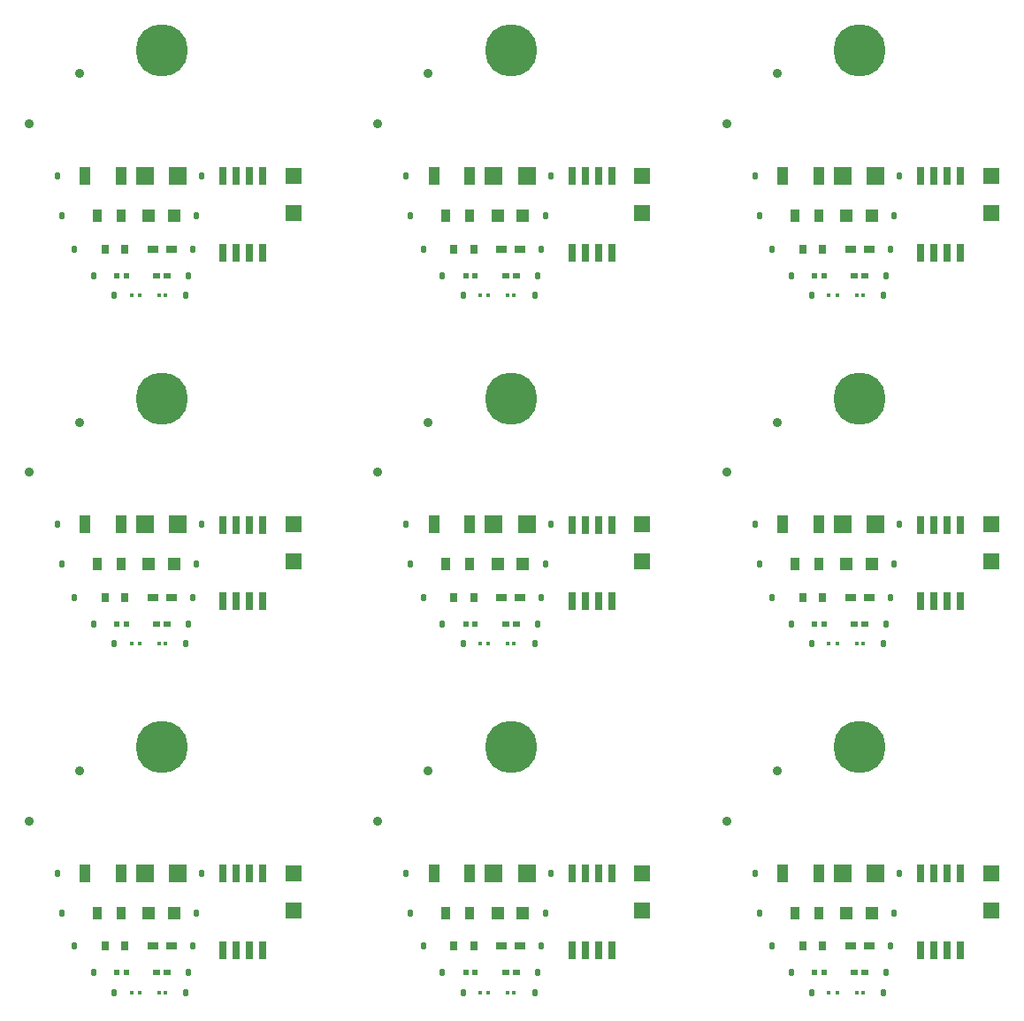
<source format=gts>
%MOIN*%
%OFA0B0*%
%FSLAX46Y46*%
%IPPOS*%
%LPD*%
%ADD10C,0.0039370078740157488*%
%ADD11R,0.015748031496062995X0.015748031496062995*%
%ADD12R,0.027559055118110236X0.023622047244094488*%
%ADD13R,0.066929133858267723X0.0709*%
%ADD14C,0.19685039370078741*%
%ADD15R,0.062992125984251982X0.062992125984251982*%
%ADD16R,0.051181102362204731X0.0472*%
%ADD17R,0.03937007874015748X0.031400000000000004*%
%ADD18R,0.025590551181102365X0.066929133858267723*%
%ADD19O,0.02X0.030000000000000002*%
%ADD20R,0.043307086614173235X0.066929133858267723*%
%ADD21R,0.035433070866141732X0.051181102362204731*%
%ADD22R,0.027559055118110236X0.035433070866141732*%
%ADD23R,0.023622047244094488X0.023622047244094488*%
%ADD24R,0.017716535433070866X0.016929133858267716*%
%ADD25C,0.035433070866141732*%
%ADD36C,0.0039370078740157488*%
%ADD37R,0.015748031496062995X0.015748031496062995*%
%ADD38R,0.027559055118110236X0.023622047244094488*%
%ADD39R,0.066929133858267723X0.0709*%
%ADD40C,0.19685039370078741*%
%ADD41R,0.062992125984251982X0.062992125984251982*%
%ADD42R,0.051181102362204731X0.0472*%
%ADD43R,0.03937007874015748X0.031400000000000004*%
%ADD44R,0.025590551181102365X0.066929133858267723*%
%ADD45O,0.02X0.030000000000000002*%
%ADD46R,0.043307086614173235X0.066929133858267723*%
%ADD47R,0.035433070866141732X0.051181102362204731*%
%ADD48R,0.027559055118110236X0.035433070866141732*%
%ADD49R,0.023622047244094488X0.023622047244094488*%
%ADD50R,0.017716535433070866X0.016929133858267716*%
%ADD51C,0.035433070866141732*%
%ADD52C,0.0039370078740157488*%
%ADD53R,0.015748031496062995X0.015748031496062995*%
%ADD54R,0.027559055118110236X0.023622047244094488*%
%ADD55R,0.066929133858267723X0.0709*%
%ADD56C,0.19685039370078741*%
%ADD57R,0.062992125984251982X0.062992125984251982*%
%ADD58R,0.051181102362204731X0.0472*%
%ADD59R,0.03937007874015748X0.031400000000000004*%
%ADD60R,0.025590551181102365X0.066929133858267723*%
%ADD61O,0.02X0.030000000000000002*%
%ADD62R,0.043307086614173235X0.066929133858267723*%
%ADD63R,0.035433070866141732X0.051181102362204731*%
%ADD64R,0.027559055118110236X0.035433070866141732*%
%ADD65R,0.023622047244094488X0.023622047244094488*%
%ADD66R,0.017716535433070866X0.016929133858267716*%
%ADD67C,0.035433070866141732*%
%ADD68C,0.0039370078740157488*%
%ADD69R,0.015748031496062995X0.015748031496062995*%
%ADD70R,0.027559055118110236X0.023622047244094488*%
%ADD71R,0.066929133858267723X0.0709*%
%ADD72C,0.19685039370078741*%
%ADD73R,0.062992125984251982X0.062992125984251982*%
%ADD74R,0.051181102362204731X0.0472*%
%ADD75R,0.03937007874015748X0.031400000000000004*%
%ADD76R,0.025590551181102365X0.066929133858267723*%
%ADD77O,0.02X0.030000000000000002*%
%ADD78R,0.043307086614173235X0.066929133858267723*%
%ADD79R,0.035433070866141732X0.051181102362204731*%
%ADD80R,0.027559055118110236X0.035433070866141732*%
%ADD81R,0.023622047244094488X0.023622047244094488*%
%ADD82R,0.017716535433070866X0.016929133858267716*%
%ADD83C,0.035433070866141732*%
%ADD84C,0.0039370078740157488*%
%ADD85R,0.015748031496062995X0.015748031496062995*%
%ADD86R,0.027559055118110236X0.023622047244094488*%
%ADD87R,0.066929133858267723X0.0709*%
%ADD88C,0.19685039370078741*%
%ADD89R,0.062992125984251982X0.062992125984251982*%
%ADD90R,0.051181102362204731X0.0472*%
%ADD91R,0.03937007874015748X0.031400000000000004*%
%ADD92R,0.025590551181102365X0.066929133858267723*%
%ADD93O,0.02X0.030000000000000002*%
%ADD94R,0.043307086614173235X0.066929133858267723*%
%ADD95R,0.035433070866141732X0.051181102362204731*%
%ADD96R,0.027559055118110236X0.035433070866141732*%
%ADD97R,0.023622047244094488X0.023622047244094488*%
%ADD98R,0.017716535433070866X0.016929133858267716*%
%ADD99C,0.035433070866141732*%
%ADD100C,0.0039370078740157488*%
%ADD101R,0.015748031496062995X0.015748031496062995*%
%ADD102R,0.027559055118110236X0.023622047244094488*%
%ADD103R,0.066929133858267723X0.0709*%
%ADD104C,0.19685039370078741*%
%ADD105R,0.062992125984251982X0.062992125984251982*%
%ADD106R,0.051181102362204731X0.0472*%
%ADD107R,0.03937007874015748X0.031400000000000004*%
%ADD108R,0.025590551181102365X0.066929133858267723*%
%ADD109O,0.02X0.030000000000000002*%
%ADD110R,0.043307086614173235X0.066929133858267723*%
%ADD111R,0.035433070866141732X0.051181102362204731*%
%ADD112R,0.027559055118110236X0.035433070866141732*%
%ADD113R,0.023622047244094488X0.023622047244094488*%
%ADD114R,0.017716535433070866X0.016929133858267716*%
%ADD115C,0.035433070866141732*%
%ADD116C,0.0039370078740157488*%
%ADD117R,0.015748031496062995X0.015748031496062995*%
%ADD118R,0.027559055118110236X0.023622047244094488*%
%ADD119R,0.066929133858267723X0.0709*%
%ADD120C,0.19685039370078741*%
%ADD121R,0.062992125984251982X0.062992125984251982*%
%ADD122R,0.051181102362204731X0.0472*%
%ADD123R,0.03937007874015748X0.031400000000000004*%
%ADD124R,0.025590551181102365X0.066929133858267723*%
%ADD125O,0.02X0.030000000000000002*%
%ADD126R,0.043307086614173235X0.066929133858267723*%
%ADD127R,0.035433070866141732X0.051181102362204731*%
%ADD128R,0.027559055118110236X0.035433070866141732*%
%ADD129R,0.023622047244094488X0.023622047244094488*%
%ADD130R,0.017716535433070866X0.016929133858267716*%
%ADD131C,0.035433070866141732*%
%ADD132C,0.0039370078740157488*%
%ADD133R,0.015748031496062995X0.015748031496062995*%
%ADD134R,0.027559055118110236X0.023622047244094488*%
%ADD135R,0.066929133858267723X0.0709*%
%ADD136C,0.19685039370078741*%
%ADD137R,0.062992125984251982X0.062992125984251982*%
%ADD138R,0.051181102362204731X0.0472*%
%ADD139R,0.03937007874015748X0.031400000000000004*%
%ADD140R,0.025590551181102365X0.066929133858267723*%
%ADD141O,0.02X0.030000000000000002*%
%ADD142R,0.043307086614173235X0.066929133858267723*%
%ADD143R,0.035433070866141732X0.051181102362204731*%
%ADD144R,0.027559055118110236X0.035433070866141732*%
%ADD145R,0.023622047244094488X0.023622047244094488*%
%ADD146R,0.017716535433070866X0.016929133858267716*%
%ADD147C,0.035433070866141732*%
%ADD148C,0.0039370078740157488*%
%ADD149R,0.015748031496062995X0.015748031496062995*%
%ADD150R,0.027559055118110236X0.023622047244094488*%
%ADD151R,0.066929133858267723X0.0709*%
%ADD152C,0.19685039370078741*%
%ADD153R,0.062992125984251982X0.062992125984251982*%
%ADD154R,0.051181102362204731X0.0472*%
%ADD155R,0.03937007874015748X0.031400000000000004*%
%ADD156R,0.025590551181102365X0.066929133858267723*%
%ADD157O,0.02X0.030000000000000002*%
%ADD158R,0.043307086614173235X0.066929133858267723*%
%ADD159R,0.035433070866141732X0.051181102362204731*%
%ADD160R,0.027559055118110236X0.035433070866141732*%
%ADD161R,0.023622047244094488X0.023622047244094488*%
%ADD162R,0.017716535433070866X0.016929133858267716*%
%ADD163C,0.035433070866141732*%
G01*
D10*
D11*
X-0007591779Y0004208262D02*
X0000596409Y0000133262D03*
X0000620031Y0000133262D03*
D12*
X0000588535Y0000208262D03*
X0000627905Y0000208262D03*
D13*
X0000668220Y0000583262D03*
X0000543220Y0000583262D03*
D14*
X0000608220Y0001058262D03*
D15*
X0001103220Y0000443262D03*
X0001103220Y0000583262D03*
D16*
X0000653220Y0000433262D03*
X0000558220Y0000433262D03*
D17*
X0000643220Y0000308262D03*
X0000573220Y0000308262D03*
D18*
X0000838220Y0000294561D03*
X0000888220Y0000294561D03*
X0000938220Y0000294561D03*
X0000988220Y0000294561D03*
X0000988220Y0000581963D03*
X0000938220Y0000581963D03*
X0000888220Y0000581963D03*
X0000838220Y0000581963D03*
D19*
X0000758220Y0000583262D03*
X0000738220Y0000433262D03*
X0000723220Y0000308262D03*
X0000708220Y0000208262D03*
X0000698220Y0000133262D03*
X0000213220Y0000583262D03*
X0000230720Y0000433262D03*
X0000278220Y0000308262D03*
X0000350720Y0000208262D03*
X0000428220Y0000133262D03*
D20*
X0000453220Y0000583262D03*
X0000318220Y0000583262D03*
D21*
X0000453220Y0000433262D03*
X0000363220Y0000433262D03*
D22*
X0000468220Y0000308262D03*
X0000393220Y0000308262D03*
D23*
X0000473968Y0000208262D03*
X0000438535Y0000208262D03*
D24*
X0000523968Y0000133262D03*
X0000492472Y0000133262D03*
D25*
X0000296315Y0000969471D03*
X0000107011Y0000780167D03*
G04 next file*
G04 #@! TF.FileFunction,Soldermask,Top*
G04 Gerber Fmt 4.6, Leading zero omitted, Abs format (unit mm)*
G04 Created by KiCad (PCBNEW 4.0.6) date 10/10/19 08:50:29*
G01*
G04 APERTURE LIST*
G04 APERTURE END LIST*
D36*
D37*
X-0007591779Y0005523211D02*
X0000596409Y0001448211D03*
X0000620031Y0001448211D03*
D38*
X0000588535Y0001523211D03*
X0000627905Y0001523211D03*
D39*
X0000668220Y0001898211D03*
X0000543220Y0001898211D03*
D40*
X0000608220Y0002373211D03*
D41*
X0001103220Y0001758211D03*
X0001103220Y0001898211D03*
D42*
X0000653220Y0001748211D03*
X0000558220Y0001748211D03*
D43*
X0000643220Y0001623211D03*
X0000573220Y0001623211D03*
D44*
X0000838220Y0001609511D03*
X0000888220Y0001609511D03*
X0000938220Y0001609511D03*
X0000988220Y0001609511D03*
X0000988220Y0001896912D03*
X0000938220Y0001896912D03*
X0000888220Y0001896912D03*
X0000838220Y0001896912D03*
D45*
X0000758220Y0001898211D03*
X0000738220Y0001748211D03*
X0000723220Y0001623211D03*
X0000708220Y0001523211D03*
X0000698220Y0001448211D03*
X0000213220Y0001898211D03*
X0000230720Y0001748211D03*
X0000278220Y0001623211D03*
X0000350720Y0001523211D03*
X0000428220Y0001448211D03*
D46*
X0000453220Y0001898211D03*
X0000318220Y0001898211D03*
D47*
X0000453220Y0001748211D03*
X0000363220Y0001748211D03*
D48*
X0000468220Y0001623211D03*
X0000393220Y0001623211D03*
D49*
X0000473968Y0001523211D03*
X0000438535Y0001523211D03*
D50*
X0000523968Y0001448211D03*
X0000492472Y0001448211D03*
D51*
X0000296315Y0002284420D03*
X0000107011Y0002095116D03*
G04 next file*
G04 #@! TF.FileFunction,Soldermask,Top*
G04 Gerber Fmt 4.6, Leading zero omitted, Abs format (unit mm)*
G04 Created by KiCad (PCBNEW 4.0.6) date 10/10/19 08:50:29*
G01*
G04 APERTURE LIST*
G04 APERTURE END LIST*
D52*
D53*
X-0007591779Y0006838161D02*
X0000596409Y0002763161D03*
X0000620031Y0002763161D03*
D54*
X0000588535Y0002838161D03*
X0000627905Y0002838161D03*
D55*
X0000668220Y0003213161D03*
X0000543220Y0003213161D03*
D56*
X0000608220Y0003688161D03*
D57*
X0001103220Y0003073161D03*
X0001103220Y0003213161D03*
D58*
X0000653220Y0003063161D03*
X0000558220Y0003063161D03*
D59*
X0000643220Y0002938161D03*
X0000573220Y0002938161D03*
D60*
X0000838220Y0002924460D03*
X0000888220Y0002924460D03*
X0000938220Y0002924460D03*
X0000988220Y0002924460D03*
X0000988220Y0003211862D03*
X0000938220Y0003211862D03*
X0000888220Y0003211862D03*
X0000838220Y0003211862D03*
D61*
X0000758220Y0003213161D03*
X0000738220Y0003063161D03*
X0000723220Y0002938161D03*
X0000708220Y0002838161D03*
X0000698220Y0002763161D03*
X0000213220Y0003213161D03*
X0000230720Y0003063161D03*
X0000278220Y0002938161D03*
X0000350720Y0002838161D03*
X0000428220Y0002763161D03*
D62*
X0000453220Y0003213161D03*
X0000318220Y0003213161D03*
D63*
X0000453220Y0003063161D03*
X0000363220Y0003063161D03*
D64*
X0000468220Y0002938161D03*
X0000393220Y0002938161D03*
D65*
X0000473968Y0002838161D03*
X0000438535Y0002838161D03*
D66*
X0000523968Y0002763161D03*
X0000492472Y0002763161D03*
D67*
X0000296315Y0003599370D03*
X0000107011Y0003410066D03*
G04 next file*
G04 #@! TF.FileFunction,Soldermask,Top*
G04 Gerber Fmt 4.6, Leading zero omitted, Abs format (unit mm)*
G04 Created by KiCad (PCBNEW 4.0.6) date 10/10/19 08:50:29*
G01*
G04 APERTURE LIST*
G04 APERTURE END LIST*
D68*
D69*
X-0006276858Y0004208262D02*
X0001911330Y0000133262D03*
X0001934952Y0000133262D03*
D70*
X0001903456Y0000208262D03*
X0001942826Y0000208262D03*
D71*
X0001983141Y0000583262D03*
X0001858141Y0000583262D03*
D72*
X0001923141Y0001058262D03*
D73*
X0002418141Y0000443262D03*
X0002418141Y0000583262D03*
D74*
X0001968141Y0000433262D03*
X0001873141Y0000433262D03*
D75*
X0001958141Y0000308262D03*
X0001888141Y0000308262D03*
D76*
X0002153141Y0000294561D03*
X0002203141Y0000294561D03*
X0002253141Y0000294561D03*
X0002303141Y0000294561D03*
X0002303141Y0000581963D03*
X0002253141Y0000581963D03*
X0002203141Y0000581963D03*
X0002153141Y0000581963D03*
D77*
X0002073141Y0000583262D03*
X0002053141Y0000433262D03*
X0002038141Y0000308262D03*
X0002023141Y0000208262D03*
X0002013141Y0000133262D03*
X0001528141Y0000583262D03*
X0001545641Y0000433262D03*
X0001593141Y0000308262D03*
X0001665641Y0000208262D03*
X0001743141Y0000133262D03*
D78*
X0001768141Y0000583262D03*
X0001633141Y0000583262D03*
D79*
X0001768141Y0000433262D03*
X0001678141Y0000433262D03*
D80*
X0001783141Y0000308262D03*
X0001708141Y0000308262D03*
D81*
X0001788889Y0000208262D03*
X0001753456Y0000208262D03*
D82*
X0001838889Y0000133262D03*
X0001807393Y0000133262D03*
D83*
X0001611236Y0000969471D03*
X0001421932Y0000780167D03*
G04 next file*
G04 #@! TF.FileFunction,Soldermask,Top*
G04 Gerber Fmt 4.6, Leading zero omitted, Abs format (unit mm)*
G04 Created by KiCad (PCBNEW 4.0.6) date 10/10/19 08:50:29*
G01*
G04 APERTURE LIST*
G04 APERTURE END LIST*
D84*
D85*
X-0004961937Y0004208262D02*
X0003226251Y0000133262D03*
X0003249873Y0000133262D03*
D86*
X0003218377Y0000208262D03*
X0003257747Y0000208262D03*
D87*
X0003298062Y0000583262D03*
X0003173062Y0000583262D03*
D88*
X0003238062Y0001058262D03*
D89*
X0003733062Y0000443262D03*
X0003733062Y0000583262D03*
D90*
X0003283062Y0000433262D03*
X0003188062Y0000433262D03*
D91*
X0003273062Y0000308262D03*
X0003203062Y0000308262D03*
D92*
X0003468062Y0000294561D03*
X0003518062Y0000294561D03*
X0003568062Y0000294561D03*
X0003618062Y0000294561D03*
X0003618062Y0000581963D03*
X0003568062Y0000581963D03*
X0003518062Y0000581963D03*
X0003468062Y0000581963D03*
D93*
X0003388062Y0000583262D03*
X0003368062Y0000433262D03*
X0003353062Y0000308262D03*
X0003338062Y0000208262D03*
X0003328062Y0000133262D03*
X0002843062Y0000583262D03*
X0002860562Y0000433262D03*
X0002908062Y0000308262D03*
X0002980562Y0000208262D03*
X0003058062Y0000133262D03*
D94*
X0003083062Y0000583262D03*
X0002948062Y0000583262D03*
D95*
X0003083062Y0000433262D03*
X0002993062Y0000433262D03*
D96*
X0003098062Y0000308262D03*
X0003023062Y0000308262D03*
D97*
X0003103810Y0000208262D03*
X0003068377Y0000208262D03*
D98*
X0003153810Y0000133262D03*
X0003122314Y0000133262D03*
D99*
X0002926158Y0000969471D03*
X0002736853Y0000780167D03*
G04 next file*
G04 #@! TF.FileFunction,Soldermask,Top*
G04 Gerber Fmt 4.6, Leading zero omitted, Abs format (unit mm)*
G04 Created by KiCad (PCBNEW 4.0.6) date 10/10/19 08:50:29*
G01*
G04 APERTURE LIST*
G04 APERTURE END LIST*
D100*
D101*
X-0006276858Y0005523211D02*
X0001911330Y0001448211D03*
X0001934952Y0001448211D03*
D102*
X0001903456Y0001523211D03*
X0001942826Y0001523211D03*
D103*
X0001983141Y0001898211D03*
X0001858141Y0001898211D03*
D104*
X0001923141Y0002373211D03*
D105*
X0002418141Y0001758211D03*
X0002418141Y0001898211D03*
D106*
X0001968141Y0001748211D03*
X0001873141Y0001748211D03*
D107*
X0001958141Y0001623211D03*
X0001888141Y0001623211D03*
D108*
X0002153141Y0001609511D03*
X0002203141Y0001609511D03*
X0002253141Y0001609511D03*
X0002303141Y0001609511D03*
X0002303141Y0001896912D03*
X0002253141Y0001896912D03*
X0002203141Y0001896912D03*
X0002153141Y0001896912D03*
D109*
X0002073141Y0001898211D03*
X0002053141Y0001748211D03*
X0002038141Y0001623211D03*
X0002023141Y0001523211D03*
X0002013141Y0001448211D03*
X0001528141Y0001898211D03*
X0001545641Y0001748211D03*
X0001593141Y0001623211D03*
X0001665641Y0001523211D03*
X0001743141Y0001448211D03*
D110*
X0001768141Y0001898211D03*
X0001633141Y0001898211D03*
D111*
X0001768141Y0001748211D03*
X0001678141Y0001748211D03*
D112*
X0001783141Y0001623211D03*
X0001708141Y0001623211D03*
D113*
X0001788889Y0001523211D03*
X0001753456Y0001523211D03*
D114*
X0001838889Y0001448211D03*
X0001807393Y0001448211D03*
D115*
X0001611236Y0002284420D03*
X0001421932Y0002095116D03*
G04 next file*
G04 #@! TF.FileFunction,Soldermask,Top*
G04 Gerber Fmt 4.6, Leading zero omitted, Abs format (unit mm)*
G04 Created by KiCad (PCBNEW 4.0.6) date 10/10/19 08:50:29*
G01*
G04 APERTURE LIST*
G04 APERTURE END LIST*
D116*
D117*
X-0006276858Y0006838161D02*
X0001911330Y0002763161D03*
X0001934952Y0002763161D03*
D118*
X0001903456Y0002838161D03*
X0001942826Y0002838161D03*
D119*
X0001983141Y0003213161D03*
X0001858141Y0003213161D03*
D120*
X0001923141Y0003688161D03*
D121*
X0002418141Y0003073161D03*
X0002418141Y0003213161D03*
D122*
X0001968141Y0003063161D03*
X0001873141Y0003063161D03*
D123*
X0001958141Y0002938161D03*
X0001888141Y0002938161D03*
D124*
X0002153141Y0002924460D03*
X0002203141Y0002924460D03*
X0002253141Y0002924460D03*
X0002303141Y0002924460D03*
X0002303141Y0003211862D03*
X0002253141Y0003211862D03*
X0002203141Y0003211862D03*
X0002153141Y0003211862D03*
D125*
X0002073141Y0003213161D03*
X0002053141Y0003063161D03*
X0002038141Y0002938161D03*
X0002023141Y0002838161D03*
X0002013141Y0002763161D03*
X0001528141Y0003213161D03*
X0001545641Y0003063161D03*
X0001593141Y0002938161D03*
X0001665641Y0002838161D03*
X0001743141Y0002763161D03*
D126*
X0001768141Y0003213161D03*
X0001633141Y0003213161D03*
D127*
X0001768141Y0003063161D03*
X0001678141Y0003063161D03*
D128*
X0001783141Y0002938161D03*
X0001708141Y0002938161D03*
D129*
X0001788889Y0002838161D03*
X0001753456Y0002838161D03*
D130*
X0001838889Y0002763161D03*
X0001807393Y0002763161D03*
D131*
X0001611236Y0003599370D03*
X0001421932Y0003410066D03*
G04 next file*
G04 #@! TF.FileFunction,Soldermask,Top*
G04 Gerber Fmt 4.6, Leading zero omitted, Abs format (unit mm)*
G04 Created by KiCad (PCBNEW 4.0.6) date 10/10/19 08:50:29*
G01*
G04 APERTURE LIST*
G04 APERTURE END LIST*
D132*
D133*
X-0004961937Y0005523211D02*
X0003226251Y0001448211D03*
X0003249873Y0001448211D03*
D134*
X0003218377Y0001523211D03*
X0003257747Y0001523211D03*
D135*
X0003298062Y0001898211D03*
X0003173062Y0001898211D03*
D136*
X0003238062Y0002373211D03*
D137*
X0003733062Y0001758211D03*
X0003733062Y0001898211D03*
D138*
X0003283062Y0001748211D03*
X0003188062Y0001748211D03*
D139*
X0003273062Y0001623211D03*
X0003203062Y0001623211D03*
D140*
X0003468062Y0001609511D03*
X0003518062Y0001609511D03*
X0003568062Y0001609511D03*
X0003618062Y0001609511D03*
X0003618062Y0001896912D03*
X0003568062Y0001896912D03*
X0003518062Y0001896912D03*
X0003468062Y0001896912D03*
D141*
X0003388062Y0001898211D03*
X0003368062Y0001748211D03*
X0003353062Y0001623211D03*
X0003338062Y0001523211D03*
X0003328062Y0001448211D03*
X0002843062Y0001898211D03*
X0002860562Y0001748211D03*
X0002908062Y0001623211D03*
X0002980562Y0001523211D03*
X0003058062Y0001448211D03*
D142*
X0003083062Y0001898211D03*
X0002948062Y0001898211D03*
D143*
X0003083062Y0001748211D03*
X0002993062Y0001748211D03*
D144*
X0003098062Y0001623211D03*
X0003023062Y0001623211D03*
D145*
X0003103810Y0001523211D03*
X0003068377Y0001523211D03*
D146*
X0003153810Y0001448211D03*
X0003122314Y0001448211D03*
D147*
X0002926158Y0002284420D03*
X0002736853Y0002095116D03*
G04 next file*
G04 #@! TF.FileFunction,Soldermask,Top*
G04 Gerber Fmt 4.6, Leading zero omitted, Abs format (unit mm)*
G04 Created by KiCad (PCBNEW 4.0.6) date 10/10/19 08:50:29*
G01*
G04 APERTURE LIST*
G04 APERTURE END LIST*
D148*
D149*
X-0004961937Y0006838161D02*
X0003226251Y0002763161D03*
X0003249873Y0002763161D03*
D150*
X0003218377Y0002838161D03*
X0003257747Y0002838161D03*
D151*
X0003298062Y0003213161D03*
X0003173062Y0003213161D03*
D152*
X0003238062Y0003688161D03*
D153*
X0003733062Y0003073161D03*
X0003733062Y0003213161D03*
D154*
X0003283062Y0003063161D03*
X0003188062Y0003063161D03*
D155*
X0003273062Y0002938161D03*
X0003203062Y0002938161D03*
D156*
X0003468062Y0002924460D03*
X0003518062Y0002924460D03*
X0003568062Y0002924460D03*
X0003618062Y0002924460D03*
X0003618062Y0003211862D03*
X0003568062Y0003211862D03*
X0003518062Y0003211862D03*
X0003468062Y0003211862D03*
D157*
X0003388062Y0003213161D03*
X0003368062Y0003063161D03*
X0003353062Y0002938161D03*
X0003338062Y0002838161D03*
X0003328062Y0002763161D03*
X0002843062Y0003213161D03*
X0002860562Y0003063161D03*
X0002908062Y0002938161D03*
X0002980562Y0002838161D03*
X0003058062Y0002763161D03*
D158*
X0003083062Y0003213161D03*
X0002948062Y0003213161D03*
D159*
X0003083062Y0003063161D03*
X0002993062Y0003063161D03*
D160*
X0003098062Y0002938161D03*
X0003023062Y0002938161D03*
D161*
X0003103810Y0002838161D03*
X0003068377Y0002838161D03*
D162*
X0003153810Y0002763161D03*
X0003122314Y0002763161D03*
D163*
X0002926158Y0003599370D03*
X0002736853Y0003410066D03*
M02*
</source>
